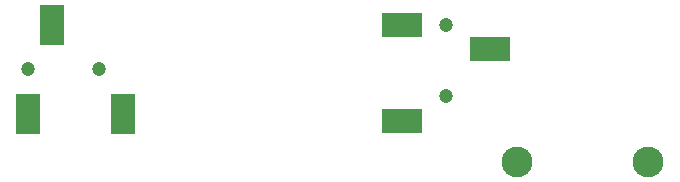
<source format=gtp>
G04 MADE WITH FRITZING*
G04 WWW.FRITZING.ORG*
G04 DOUBLE SIDED*
G04 HOLES PLATED*
G04 CONTOUR ON CENTER OF CONTOUR VECTOR*
%ASAXBY*%
%FSLAX23Y23*%
%MOIN*%
%OFA0B0*%
%SFA1.0B1.0*%
%ADD10C,0.047244*%
%ADD11C,0.102677*%
%ADD12R,0.078743X0.137795*%
%ADD13R,0.078740X0.137795*%
%ADD14R,0.137795X0.078743*%
%ADD15R,0.137795X0.078740*%
%ADD16R,0.001000X0.001000*%
%LNPASTEMASK1*%
G90*
G70*
G54D10*
X92Y2167D03*
X328Y2167D03*
X1485Y2314D03*
X1485Y2077D03*
G54D11*
X1723Y1856D03*
X2160Y1856D03*
G54D12*
X92Y2018D03*
G54D13*
X410Y2018D03*
G54D12*
X171Y2314D03*
G54D14*
X1337Y2313D03*
G54D15*
X1337Y1995D03*
G54D14*
X1632Y2235D03*
G54D16*
D02*
G04 End of PasteMask1*
M02*
</source>
